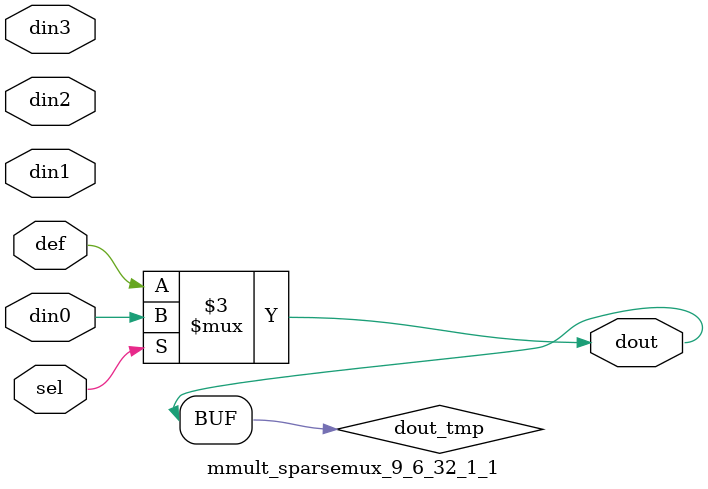
<source format=v>
`timescale 1ns / 1ps

module mmult_sparsemux_9_6_32_1_1 (din0,din1,din2,din3,def,sel,dout);

parameter din0_WIDTH = 1;

parameter din1_WIDTH = 1;

parameter din2_WIDTH = 1;

parameter din3_WIDTH = 1;

parameter def_WIDTH = 1;
parameter sel_WIDTH = 1;
parameter dout_WIDTH = 1;

parameter [sel_WIDTH-1:0] CASE0 = 1;

parameter [sel_WIDTH-1:0] CASE1 = 1;

parameter [sel_WIDTH-1:0] CASE2 = 1;

parameter [sel_WIDTH-1:0] CASE3 = 1;

parameter ID = 1;
parameter NUM_STAGE = 1;



input [din0_WIDTH-1:0] din0;

input [din1_WIDTH-1:0] din1;

input [din2_WIDTH-1:0] din2;

input [din3_WIDTH-1:0] din3;

input [def_WIDTH-1:0] def;
input [sel_WIDTH-1:0] sel;

output [dout_WIDTH-1:0] dout;



reg [dout_WIDTH-1:0] dout_tmp;

always @ (*) begin
case (sel)
    
    CASE0 : dout_tmp = din0;
    
    CASE1 : dout_tmp = din1;
    
    CASE2 : dout_tmp = din2;
    
    CASE3 : dout_tmp = din3;
    
    default : dout_tmp = def;
endcase
end


assign dout = dout_tmp;



endmodule

</source>
